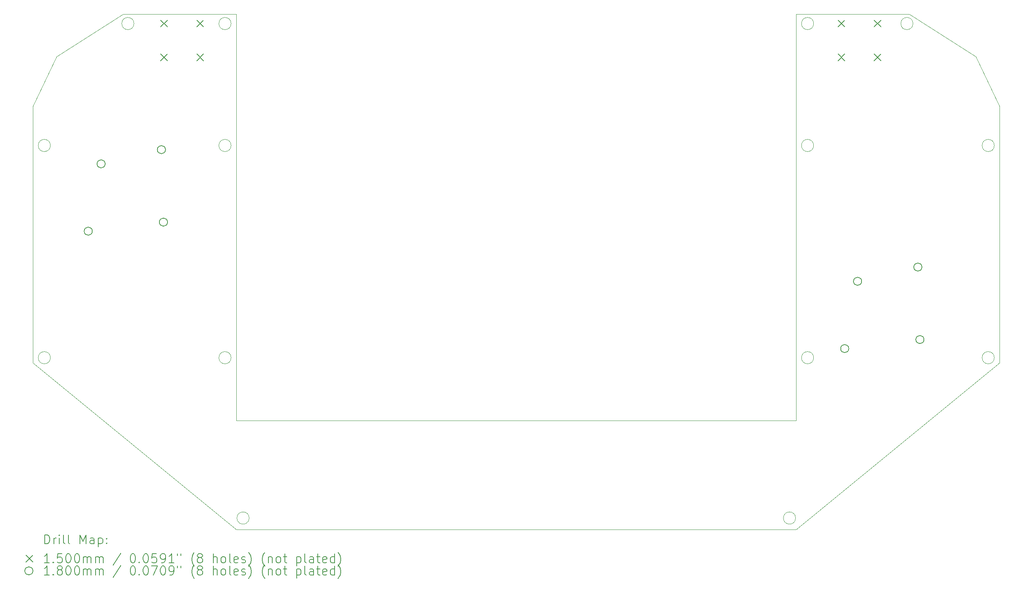
<source format=gbr>
%TF.GenerationSoftware,KiCad,Pcbnew,8.0.8*%
%TF.CreationDate,2025-02-09T13:37:15-06:00*%
%TF.ProjectId,gamepad,67616d65-7061-4642-9e6b-696361645f70,3*%
%TF.SameCoordinates,Original*%
%TF.FileFunction,Drillmap*%
%TF.FilePolarity,Positive*%
%FSLAX45Y45*%
G04 Gerber Fmt 4.5, Leading zero omitted, Abs format (unit mm)*
G04 Created by KiCad (PCBNEW 8.0.8) date 2025-02-09 13:37:15*
%MOMM*%
%LPD*%
G01*
G04 APERTURE LIST*
%ADD10C,0.050000*%
%ADD11C,0.200000*%
%ADD12C,0.150000*%
%ADD13C,0.180000*%
G04 APERTURE END LIST*
D10*
X25435000Y-7700000D02*
G75*
G02*
X25165000Y-7700000I-135000J0D01*
G01*
X25165000Y-7700000D02*
G75*
G02*
X25435000Y-7700000I135000J0D01*
G01*
X21435000Y-7700000D02*
G75*
G02*
X21165000Y-7700000I-135000J0D01*
G01*
X21165000Y-7700000D02*
G75*
G02*
X21435000Y-7700000I135000J0D01*
G01*
X8535000Y-7700000D02*
G75*
G02*
X8265000Y-7700000I-135000J0D01*
G01*
X8265000Y-7700000D02*
G75*
G02*
X8535000Y-7700000I135000J0D01*
G01*
X23635000Y-5000000D02*
G75*
G02*
X23365000Y-5000000I-135000J0D01*
G01*
X23365000Y-5000000D02*
G75*
G02*
X23635000Y-5000000I135000J0D01*
G01*
X21435000Y-5000000D02*
G75*
G02*
X21165000Y-5000000I-135000J0D01*
G01*
X21165000Y-5000000D02*
G75*
G02*
X21435000Y-5000000I135000J0D01*
G01*
X25435000Y-12400000D02*
G75*
G02*
X25165000Y-12400000I-135000J0D01*
G01*
X25165000Y-12400000D02*
G75*
G02*
X25435000Y-12400000I135000J0D01*
G01*
X21435000Y-12400000D02*
G75*
G02*
X21165000Y-12400000I-135000J0D01*
G01*
X21165000Y-12400000D02*
G75*
G02*
X21435000Y-12400000I135000J0D01*
G01*
X8535000Y-12400000D02*
G75*
G02*
X8265000Y-12400000I-135000J0D01*
G01*
X8265000Y-12400000D02*
G75*
G02*
X8535000Y-12400000I135000J0D01*
G01*
X21035000Y-15950000D02*
G75*
G02*
X20765000Y-15950000I-135000J0D01*
G01*
X20765000Y-15950000D02*
G75*
G02*
X21035000Y-15950000I135000J0D01*
G01*
X8935000Y-15950000D02*
G75*
G02*
X8665000Y-15950000I-135000J0D01*
G01*
X8665000Y-15950000D02*
G75*
G02*
X8935000Y-15950000I135000J0D01*
G01*
X4535000Y-12400000D02*
G75*
G02*
X4265000Y-12400000I-135000J0D01*
G01*
X4265000Y-12400000D02*
G75*
G02*
X4535000Y-12400000I135000J0D01*
G01*
X4535000Y-7700000D02*
G75*
G02*
X4265000Y-7700000I-135000J0D01*
G01*
X4265000Y-7700000D02*
G75*
G02*
X4535000Y-7700000I135000J0D01*
G01*
X6385000Y-5000000D02*
G75*
G02*
X6115000Y-5000000I-135000J0D01*
G01*
X6115000Y-5000000D02*
G75*
G02*
X6385000Y-5000000I135000J0D01*
G01*
X8535000Y-5000000D02*
G75*
G02*
X8265000Y-5000000I-135000J0D01*
G01*
X8265000Y-5000000D02*
G75*
G02*
X8535000Y-5000000I135000J0D01*
G01*
X4674110Y-5734360D02*
X4150110Y-6836360D01*
X8650110Y-16207360D02*
X21050110Y-16207360D01*
X4150110Y-6836360D02*
X4150110Y-12516360D01*
X8650110Y-16207360D02*
X4150110Y-12516360D01*
X8650110Y-4793360D02*
X6149110Y-4793360D01*
X6149110Y-4793360D02*
X4674110Y-5734360D01*
X21050110Y-13793360D02*
X8650110Y-13793360D01*
X25026110Y-5734360D02*
X23551110Y-4793360D01*
X25550110Y-6836360D02*
X25026110Y-5734360D01*
X8650110Y-13793360D02*
X8650110Y-4793360D01*
X25550110Y-12516360D02*
X25550110Y-6836360D01*
X23551110Y-4793360D02*
X21050110Y-4793360D01*
X21050110Y-16207360D02*
X25550110Y-12516360D01*
X21050110Y-4793360D02*
X21050110Y-13793360D01*
D11*
D12*
X6975000Y-4925000D02*
X7125000Y-5075000D01*
X7125000Y-4925000D02*
X6975000Y-5075000D01*
X6975000Y-5675000D02*
X7125000Y-5825000D01*
X7125000Y-5675000D02*
X6975000Y-5825000D01*
X7775000Y-4925000D02*
X7925000Y-5075000D01*
X7925000Y-4925000D02*
X7775000Y-5075000D01*
X7775000Y-5675000D02*
X7925000Y-5825000D01*
X7925000Y-5675000D02*
X7775000Y-5825000D01*
X21975000Y-4925000D02*
X22125000Y-5075000D01*
X22125000Y-4925000D02*
X21975000Y-5075000D01*
X21975000Y-5675000D02*
X22125000Y-5825000D01*
X22125000Y-5675000D02*
X21975000Y-5825000D01*
X22775000Y-4925000D02*
X22925000Y-5075000D01*
X22925000Y-4925000D02*
X22775000Y-5075000D01*
X22775000Y-5675000D02*
X22925000Y-5825000D01*
X22925000Y-5675000D02*
X22775000Y-5825000D01*
D13*
X5462500Y-9597500D02*
G75*
G02*
X5282500Y-9597500I-90000J0D01*
G01*
X5282500Y-9597500D02*
G75*
G02*
X5462500Y-9597500I90000J0D01*
G01*
X5747500Y-8107500D02*
G75*
G02*
X5567500Y-8107500I-90000J0D01*
G01*
X5567500Y-8107500D02*
G75*
G02*
X5747500Y-8107500I90000J0D01*
G01*
X7082500Y-7792500D02*
G75*
G02*
X6902500Y-7792500I-90000J0D01*
G01*
X6902500Y-7792500D02*
G75*
G02*
X7082500Y-7792500I90000J0D01*
G01*
X7127500Y-9397500D02*
G75*
G02*
X6947500Y-9397500I-90000J0D01*
G01*
X6947500Y-9397500D02*
G75*
G02*
X7127500Y-9397500I90000J0D01*
G01*
X22212500Y-12197500D02*
G75*
G02*
X22032500Y-12197500I-90000J0D01*
G01*
X22032500Y-12197500D02*
G75*
G02*
X22212500Y-12197500I90000J0D01*
G01*
X22497500Y-10707500D02*
G75*
G02*
X22317500Y-10707500I-90000J0D01*
G01*
X22317500Y-10707500D02*
G75*
G02*
X22497500Y-10707500I90000J0D01*
G01*
X23832500Y-10392500D02*
G75*
G02*
X23652500Y-10392500I-90000J0D01*
G01*
X23652500Y-10392500D02*
G75*
G02*
X23832500Y-10392500I90000J0D01*
G01*
X23877500Y-11997500D02*
G75*
G02*
X23697500Y-11997500I-90000J0D01*
G01*
X23697500Y-11997500D02*
G75*
G02*
X23877500Y-11997500I90000J0D01*
G01*
D11*
X4408387Y-16521344D02*
X4408387Y-16321344D01*
X4408387Y-16321344D02*
X4456006Y-16321344D01*
X4456006Y-16321344D02*
X4484577Y-16330868D01*
X4484577Y-16330868D02*
X4503625Y-16349915D01*
X4503625Y-16349915D02*
X4513149Y-16368963D01*
X4513149Y-16368963D02*
X4522673Y-16407058D01*
X4522673Y-16407058D02*
X4522673Y-16435629D01*
X4522673Y-16435629D02*
X4513149Y-16473725D01*
X4513149Y-16473725D02*
X4503625Y-16492772D01*
X4503625Y-16492772D02*
X4484577Y-16511820D01*
X4484577Y-16511820D02*
X4456006Y-16521344D01*
X4456006Y-16521344D02*
X4408387Y-16521344D01*
X4608387Y-16521344D02*
X4608387Y-16388010D01*
X4608387Y-16426106D02*
X4617911Y-16407058D01*
X4617911Y-16407058D02*
X4627434Y-16397534D01*
X4627434Y-16397534D02*
X4646482Y-16388010D01*
X4646482Y-16388010D02*
X4665530Y-16388010D01*
X4732196Y-16521344D02*
X4732196Y-16388010D01*
X4732196Y-16321344D02*
X4722673Y-16330868D01*
X4722673Y-16330868D02*
X4732196Y-16340391D01*
X4732196Y-16340391D02*
X4741720Y-16330868D01*
X4741720Y-16330868D02*
X4732196Y-16321344D01*
X4732196Y-16321344D02*
X4732196Y-16340391D01*
X4856006Y-16521344D02*
X4836958Y-16511820D01*
X4836958Y-16511820D02*
X4827434Y-16492772D01*
X4827434Y-16492772D02*
X4827434Y-16321344D01*
X4960768Y-16521344D02*
X4941720Y-16511820D01*
X4941720Y-16511820D02*
X4932196Y-16492772D01*
X4932196Y-16492772D02*
X4932196Y-16321344D01*
X5189339Y-16521344D02*
X5189339Y-16321344D01*
X5189339Y-16321344D02*
X5256006Y-16464201D01*
X5256006Y-16464201D02*
X5322673Y-16321344D01*
X5322673Y-16321344D02*
X5322673Y-16521344D01*
X5503625Y-16521344D02*
X5503625Y-16416582D01*
X5503625Y-16416582D02*
X5494101Y-16397534D01*
X5494101Y-16397534D02*
X5475054Y-16388010D01*
X5475054Y-16388010D02*
X5436958Y-16388010D01*
X5436958Y-16388010D02*
X5417911Y-16397534D01*
X5503625Y-16511820D02*
X5484577Y-16521344D01*
X5484577Y-16521344D02*
X5436958Y-16521344D01*
X5436958Y-16521344D02*
X5417911Y-16511820D01*
X5417911Y-16511820D02*
X5408387Y-16492772D01*
X5408387Y-16492772D02*
X5408387Y-16473725D01*
X5408387Y-16473725D02*
X5417911Y-16454677D01*
X5417911Y-16454677D02*
X5436958Y-16445153D01*
X5436958Y-16445153D02*
X5484577Y-16445153D01*
X5484577Y-16445153D02*
X5503625Y-16435629D01*
X5598863Y-16388010D02*
X5598863Y-16588010D01*
X5598863Y-16397534D02*
X5617911Y-16388010D01*
X5617911Y-16388010D02*
X5656006Y-16388010D01*
X5656006Y-16388010D02*
X5675053Y-16397534D01*
X5675053Y-16397534D02*
X5684577Y-16407058D01*
X5684577Y-16407058D02*
X5694101Y-16426106D01*
X5694101Y-16426106D02*
X5694101Y-16483248D01*
X5694101Y-16483248D02*
X5684577Y-16502296D01*
X5684577Y-16502296D02*
X5675053Y-16511820D01*
X5675053Y-16511820D02*
X5656006Y-16521344D01*
X5656006Y-16521344D02*
X5617911Y-16521344D01*
X5617911Y-16521344D02*
X5598863Y-16511820D01*
X5779815Y-16502296D02*
X5789339Y-16511820D01*
X5789339Y-16511820D02*
X5779815Y-16521344D01*
X5779815Y-16521344D02*
X5770292Y-16511820D01*
X5770292Y-16511820D02*
X5779815Y-16502296D01*
X5779815Y-16502296D02*
X5779815Y-16521344D01*
X5779815Y-16397534D02*
X5789339Y-16407058D01*
X5789339Y-16407058D02*
X5779815Y-16416582D01*
X5779815Y-16416582D02*
X5770292Y-16407058D01*
X5770292Y-16407058D02*
X5779815Y-16397534D01*
X5779815Y-16397534D02*
X5779815Y-16416582D01*
D12*
X3997610Y-16774860D02*
X4147610Y-16924860D01*
X4147610Y-16774860D02*
X3997610Y-16924860D01*
D11*
X4513149Y-16941344D02*
X4398863Y-16941344D01*
X4456006Y-16941344D02*
X4456006Y-16741344D01*
X4456006Y-16741344D02*
X4436958Y-16769915D01*
X4436958Y-16769915D02*
X4417911Y-16788963D01*
X4417911Y-16788963D02*
X4398863Y-16798487D01*
X4598863Y-16922296D02*
X4608387Y-16931820D01*
X4608387Y-16931820D02*
X4598863Y-16941344D01*
X4598863Y-16941344D02*
X4589339Y-16931820D01*
X4589339Y-16931820D02*
X4598863Y-16922296D01*
X4598863Y-16922296D02*
X4598863Y-16941344D01*
X4789339Y-16741344D02*
X4694101Y-16741344D01*
X4694101Y-16741344D02*
X4684577Y-16836582D01*
X4684577Y-16836582D02*
X4694101Y-16827058D01*
X4694101Y-16827058D02*
X4713149Y-16817534D01*
X4713149Y-16817534D02*
X4760768Y-16817534D01*
X4760768Y-16817534D02*
X4779815Y-16827058D01*
X4779815Y-16827058D02*
X4789339Y-16836582D01*
X4789339Y-16836582D02*
X4798863Y-16855630D01*
X4798863Y-16855630D02*
X4798863Y-16903249D01*
X4798863Y-16903249D02*
X4789339Y-16922296D01*
X4789339Y-16922296D02*
X4779815Y-16931820D01*
X4779815Y-16931820D02*
X4760768Y-16941344D01*
X4760768Y-16941344D02*
X4713149Y-16941344D01*
X4713149Y-16941344D02*
X4694101Y-16931820D01*
X4694101Y-16931820D02*
X4684577Y-16922296D01*
X4922673Y-16741344D02*
X4941720Y-16741344D01*
X4941720Y-16741344D02*
X4960768Y-16750868D01*
X4960768Y-16750868D02*
X4970292Y-16760391D01*
X4970292Y-16760391D02*
X4979815Y-16779439D01*
X4979815Y-16779439D02*
X4989339Y-16817534D01*
X4989339Y-16817534D02*
X4989339Y-16865153D01*
X4989339Y-16865153D02*
X4979815Y-16903249D01*
X4979815Y-16903249D02*
X4970292Y-16922296D01*
X4970292Y-16922296D02*
X4960768Y-16931820D01*
X4960768Y-16931820D02*
X4941720Y-16941344D01*
X4941720Y-16941344D02*
X4922673Y-16941344D01*
X4922673Y-16941344D02*
X4903625Y-16931820D01*
X4903625Y-16931820D02*
X4894101Y-16922296D01*
X4894101Y-16922296D02*
X4884577Y-16903249D01*
X4884577Y-16903249D02*
X4875054Y-16865153D01*
X4875054Y-16865153D02*
X4875054Y-16817534D01*
X4875054Y-16817534D02*
X4884577Y-16779439D01*
X4884577Y-16779439D02*
X4894101Y-16760391D01*
X4894101Y-16760391D02*
X4903625Y-16750868D01*
X4903625Y-16750868D02*
X4922673Y-16741344D01*
X5113149Y-16741344D02*
X5132196Y-16741344D01*
X5132196Y-16741344D02*
X5151244Y-16750868D01*
X5151244Y-16750868D02*
X5160768Y-16760391D01*
X5160768Y-16760391D02*
X5170292Y-16779439D01*
X5170292Y-16779439D02*
X5179815Y-16817534D01*
X5179815Y-16817534D02*
X5179815Y-16865153D01*
X5179815Y-16865153D02*
X5170292Y-16903249D01*
X5170292Y-16903249D02*
X5160768Y-16922296D01*
X5160768Y-16922296D02*
X5151244Y-16931820D01*
X5151244Y-16931820D02*
X5132196Y-16941344D01*
X5132196Y-16941344D02*
X5113149Y-16941344D01*
X5113149Y-16941344D02*
X5094101Y-16931820D01*
X5094101Y-16931820D02*
X5084577Y-16922296D01*
X5084577Y-16922296D02*
X5075054Y-16903249D01*
X5075054Y-16903249D02*
X5065530Y-16865153D01*
X5065530Y-16865153D02*
X5065530Y-16817534D01*
X5065530Y-16817534D02*
X5075054Y-16779439D01*
X5075054Y-16779439D02*
X5084577Y-16760391D01*
X5084577Y-16760391D02*
X5094101Y-16750868D01*
X5094101Y-16750868D02*
X5113149Y-16741344D01*
X5265530Y-16941344D02*
X5265530Y-16808010D01*
X5265530Y-16827058D02*
X5275054Y-16817534D01*
X5275054Y-16817534D02*
X5294101Y-16808010D01*
X5294101Y-16808010D02*
X5322673Y-16808010D01*
X5322673Y-16808010D02*
X5341720Y-16817534D01*
X5341720Y-16817534D02*
X5351244Y-16836582D01*
X5351244Y-16836582D02*
X5351244Y-16941344D01*
X5351244Y-16836582D02*
X5360768Y-16817534D01*
X5360768Y-16817534D02*
X5379815Y-16808010D01*
X5379815Y-16808010D02*
X5408387Y-16808010D01*
X5408387Y-16808010D02*
X5427435Y-16817534D01*
X5427435Y-16817534D02*
X5436958Y-16836582D01*
X5436958Y-16836582D02*
X5436958Y-16941344D01*
X5532196Y-16941344D02*
X5532196Y-16808010D01*
X5532196Y-16827058D02*
X5541720Y-16817534D01*
X5541720Y-16817534D02*
X5560768Y-16808010D01*
X5560768Y-16808010D02*
X5589339Y-16808010D01*
X5589339Y-16808010D02*
X5608387Y-16817534D01*
X5608387Y-16817534D02*
X5617911Y-16836582D01*
X5617911Y-16836582D02*
X5617911Y-16941344D01*
X5617911Y-16836582D02*
X5627434Y-16817534D01*
X5627434Y-16817534D02*
X5646482Y-16808010D01*
X5646482Y-16808010D02*
X5675053Y-16808010D01*
X5675053Y-16808010D02*
X5694101Y-16817534D01*
X5694101Y-16817534D02*
X5703625Y-16836582D01*
X5703625Y-16836582D02*
X5703625Y-16941344D01*
X6094101Y-16731820D02*
X5922673Y-16988963D01*
X6351244Y-16741344D02*
X6370292Y-16741344D01*
X6370292Y-16741344D02*
X6389339Y-16750868D01*
X6389339Y-16750868D02*
X6398863Y-16760391D01*
X6398863Y-16760391D02*
X6408387Y-16779439D01*
X6408387Y-16779439D02*
X6417911Y-16817534D01*
X6417911Y-16817534D02*
X6417911Y-16865153D01*
X6417911Y-16865153D02*
X6408387Y-16903249D01*
X6408387Y-16903249D02*
X6398863Y-16922296D01*
X6398863Y-16922296D02*
X6389339Y-16931820D01*
X6389339Y-16931820D02*
X6370292Y-16941344D01*
X6370292Y-16941344D02*
X6351244Y-16941344D01*
X6351244Y-16941344D02*
X6332196Y-16931820D01*
X6332196Y-16931820D02*
X6322673Y-16922296D01*
X6322673Y-16922296D02*
X6313149Y-16903249D01*
X6313149Y-16903249D02*
X6303625Y-16865153D01*
X6303625Y-16865153D02*
X6303625Y-16817534D01*
X6303625Y-16817534D02*
X6313149Y-16779439D01*
X6313149Y-16779439D02*
X6322673Y-16760391D01*
X6322673Y-16760391D02*
X6332196Y-16750868D01*
X6332196Y-16750868D02*
X6351244Y-16741344D01*
X6503625Y-16922296D02*
X6513149Y-16931820D01*
X6513149Y-16931820D02*
X6503625Y-16941344D01*
X6503625Y-16941344D02*
X6494101Y-16931820D01*
X6494101Y-16931820D02*
X6503625Y-16922296D01*
X6503625Y-16922296D02*
X6503625Y-16941344D01*
X6636958Y-16741344D02*
X6656006Y-16741344D01*
X6656006Y-16741344D02*
X6675054Y-16750868D01*
X6675054Y-16750868D02*
X6684577Y-16760391D01*
X6684577Y-16760391D02*
X6694101Y-16779439D01*
X6694101Y-16779439D02*
X6703625Y-16817534D01*
X6703625Y-16817534D02*
X6703625Y-16865153D01*
X6703625Y-16865153D02*
X6694101Y-16903249D01*
X6694101Y-16903249D02*
X6684577Y-16922296D01*
X6684577Y-16922296D02*
X6675054Y-16931820D01*
X6675054Y-16931820D02*
X6656006Y-16941344D01*
X6656006Y-16941344D02*
X6636958Y-16941344D01*
X6636958Y-16941344D02*
X6617911Y-16931820D01*
X6617911Y-16931820D02*
X6608387Y-16922296D01*
X6608387Y-16922296D02*
X6598863Y-16903249D01*
X6598863Y-16903249D02*
X6589339Y-16865153D01*
X6589339Y-16865153D02*
X6589339Y-16817534D01*
X6589339Y-16817534D02*
X6598863Y-16779439D01*
X6598863Y-16779439D02*
X6608387Y-16760391D01*
X6608387Y-16760391D02*
X6617911Y-16750868D01*
X6617911Y-16750868D02*
X6636958Y-16741344D01*
X6884577Y-16741344D02*
X6789339Y-16741344D01*
X6789339Y-16741344D02*
X6779816Y-16836582D01*
X6779816Y-16836582D02*
X6789339Y-16827058D01*
X6789339Y-16827058D02*
X6808387Y-16817534D01*
X6808387Y-16817534D02*
X6856006Y-16817534D01*
X6856006Y-16817534D02*
X6875054Y-16827058D01*
X6875054Y-16827058D02*
X6884577Y-16836582D01*
X6884577Y-16836582D02*
X6894101Y-16855630D01*
X6894101Y-16855630D02*
X6894101Y-16903249D01*
X6894101Y-16903249D02*
X6884577Y-16922296D01*
X6884577Y-16922296D02*
X6875054Y-16931820D01*
X6875054Y-16931820D02*
X6856006Y-16941344D01*
X6856006Y-16941344D02*
X6808387Y-16941344D01*
X6808387Y-16941344D02*
X6789339Y-16931820D01*
X6789339Y-16931820D02*
X6779816Y-16922296D01*
X6989339Y-16941344D02*
X7027435Y-16941344D01*
X7027435Y-16941344D02*
X7046482Y-16931820D01*
X7046482Y-16931820D02*
X7056006Y-16922296D01*
X7056006Y-16922296D02*
X7075054Y-16893725D01*
X7075054Y-16893725D02*
X7084577Y-16855630D01*
X7084577Y-16855630D02*
X7084577Y-16779439D01*
X7084577Y-16779439D02*
X7075054Y-16760391D01*
X7075054Y-16760391D02*
X7065530Y-16750868D01*
X7065530Y-16750868D02*
X7046482Y-16741344D01*
X7046482Y-16741344D02*
X7008387Y-16741344D01*
X7008387Y-16741344D02*
X6989339Y-16750868D01*
X6989339Y-16750868D02*
X6979816Y-16760391D01*
X6979816Y-16760391D02*
X6970292Y-16779439D01*
X6970292Y-16779439D02*
X6970292Y-16827058D01*
X6970292Y-16827058D02*
X6979816Y-16846106D01*
X6979816Y-16846106D02*
X6989339Y-16855630D01*
X6989339Y-16855630D02*
X7008387Y-16865153D01*
X7008387Y-16865153D02*
X7046482Y-16865153D01*
X7046482Y-16865153D02*
X7065530Y-16855630D01*
X7065530Y-16855630D02*
X7075054Y-16846106D01*
X7075054Y-16846106D02*
X7084577Y-16827058D01*
X7275054Y-16941344D02*
X7160768Y-16941344D01*
X7217911Y-16941344D02*
X7217911Y-16741344D01*
X7217911Y-16741344D02*
X7198863Y-16769915D01*
X7198863Y-16769915D02*
X7179816Y-16788963D01*
X7179816Y-16788963D02*
X7160768Y-16798487D01*
X7351244Y-16741344D02*
X7351244Y-16779439D01*
X7427435Y-16741344D02*
X7427435Y-16779439D01*
X7722673Y-17017534D02*
X7713149Y-17008010D01*
X7713149Y-17008010D02*
X7694101Y-16979439D01*
X7694101Y-16979439D02*
X7684578Y-16960391D01*
X7684578Y-16960391D02*
X7675054Y-16931820D01*
X7675054Y-16931820D02*
X7665530Y-16884201D01*
X7665530Y-16884201D02*
X7665530Y-16846106D01*
X7665530Y-16846106D02*
X7675054Y-16798487D01*
X7675054Y-16798487D02*
X7684578Y-16769915D01*
X7684578Y-16769915D02*
X7694101Y-16750868D01*
X7694101Y-16750868D02*
X7713149Y-16722296D01*
X7713149Y-16722296D02*
X7722673Y-16712772D01*
X7827435Y-16827058D02*
X7808387Y-16817534D01*
X7808387Y-16817534D02*
X7798863Y-16808010D01*
X7798863Y-16808010D02*
X7789339Y-16788963D01*
X7789339Y-16788963D02*
X7789339Y-16779439D01*
X7789339Y-16779439D02*
X7798863Y-16760391D01*
X7798863Y-16760391D02*
X7808387Y-16750868D01*
X7808387Y-16750868D02*
X7827435Y-16741344D01*
X7827435Y-16741344D02*
X7865530Y-16741344D01*
X7865530Y-16741344D02*
X7884578Y-16750868D01*
X7884578Y-16750868D02*
X7894101Y-16760391D01*
X7894101Y-16760391D02*
X7903625Y-16779439D01*
X7903625Y-16779439D02*
X7903625Y-16788963D01*
X7903625Y-16788963D02*
X7894101Y-16808010D01*
X7894101Y-16808010D02*
X7884578Y-16817534D01*
X7884578Y-16817534D02*
X7865530Y-16827058D01*
X7865530Y-16827058D02*
X7827435Y-16827058D01*
X7827435Y-16827058D02*
X7808387Y-16836582D01*
X7808387Y-16836582D02*
X7798863Y-16846106D01*
X7798863Y-16846106D02*
X7789339Y-16865153D01*
X7789339Y-16865153D02*
X7789339Y-16903249D01*
X7789339Y-16903249D02*
X7798863Y-16922296D01*
X7798863Y-16922296D02*
X7808387Y-16931820D01*
X7808387Y-16931820D02*
X7827435Y-16941344D01*
X7827435Y-16941344D02*
X7865530Y-16941344D01*
X7865530Y-16941344D02*
X7884578Y-16931820D01*
X7884578Y-16931820D02*
X7894101Y-16922296D01*
X7894101Y-16922296D02*
X7903625Y-16903249D01*
X7903625Y-16903249D02*
X7903625Y-16865153D01*
X7903625Y-16865153D02*
X7894101Y-16846106D01*
X7894101Y-16846106D02*
X7884578Y-16836582D01*
X7884578Y-16836582D02*
X7865530Y-16827058D01*
X8141720Y-16941344D02*
X8141720Y-16741344D01*
X8227435Y-16941344D02*
X8227435Y-16836582D01*
X8227435Y-16836582D02*
X8217911Y-16817534D01*
X8217911Y-16817534D02*
X8198863Y-16808010D01*
X8198863Y-16808010D02*
X8170292Y-16808010D01*
X8170292Y-16808010D02*
X8151244Y-16817534D01*
X8151244Y-16817534D02*
X8141720Y-16827058D01*
X8351244Y-16941344D02*
X8332197Y-16931820D01*
X8332197Y-16931820D02*
X8322673Y-16922296D01*
X8322673Y-16922296D02*
X8313149Y-16903249D01*
X8313149Y-16903249D02*
X8313149Y-16846106D01*
X8313149Y-16846106D02*
X8322673Y-16827058D01*
X8322673Y-16827058D02*
X8332197Y-16817534D01*
X8332197Y-16817534D02*
X8351244Y-16808010D01*
X8351244Y-16808010D02*
X8379816Y-16808010D01*
X8379816Y-16808010D02*
X8398863Y-16817534D01*
X8398863Y-16817534D02*
X8408387Y-16827058D01*
X8408387Y-16827058D02*
X8417911Y-16846106D01*
X8417911Y-16846106D02*
X8417911Y-16903249D01*
X8417911Y-16903249D02*
X8408387Y-16922296D01*
X8408387Y-16922296D02*
X8398863Y-16931820D01*
X8398863Y-16931820D02*
X8379816Y-16941344D01*
X8379816Y-16941344D02*
X8351244Y-16941344D01*
X8532197Y-16941344D02*
X8513149Y-16931820D01*
X8513149Y-16931820D02*
X8503625Y-16912772D01*
X8503625Y-16912772D02*
X8503625Y-16741344D01*
X8684578Y-16931820D02*
X8665530Y-16941344D01*
X8665530Y-16941344D02*
X8627435Y-16941344D01*
X8627435Y-16941344D02*
X8608387Y-16931820D01*
X8608387Y-16931820D02*
X8598863Y-16912772D01*
X8598863Y-16912772D02*
X8598863Y-16836582D01*
X8598863Y-16836582D02*
X8608387Y-16817534D01*
X8608387Y-16817534D02*
X8627435Y-16808010D01*
X8627435Y-16808010D02*
X8665530Y-16808010D01*
X8665530Y-16808010D02*
X8684578Y-16817534D01*
X8684578Y-16817534D02*
X8694102Y-16836582D01*
X8694102Y-16836582D02*
X8694102Y-16855630D01*
X8694102Y-16855630D02*
X8598863Y-16874677D01*
X8770292Y-16931820D02*
X8789340Y-16941344D01*
X8789340Y-16941344D02*
X8827435Y-16941344D01*
X8827435Y-16941344D02*
X8846483Y-16931820D01*
X8846483Y-16931820D02*
X8856006Y-16912772D01*
X8856006Y-16912772D02*
X8856006Y-16903249D01*
X8856006Y-16903249D02*
X8846483Y-16884201D01*
X8846483Y-16884201D02*
X8827435Y-16874677D01*
X8827435Y-16874677D02*
X8798863Y-16874677D01*
X8798863Y-16874677D02*
X8779816Y-16865153D01*
X8779816Y-16865153D02*
X8770292Y-16846106D01*
X8770292Y-16846106D02*
X8770292Y-16836582D01*
X8770292Y-16836582D02*
X8779816Y-16817534D01*
X8779816Y-16817534D02*
X8798863Y-16808010D01*
X8798863Y-16808010D02*
X8827435Y-16808010D01*
X8827435Y-16808010D02*
X8846483Y-16817534D01*
X8922673Y-17017534D02*
X8932197Y-17008010D01*
X8932197Y-17008010D02*
X8951244Y-16979439D01*
X8951244Y-16979439D02*
X8960768Y-16960391D01*
X8960768Y-16960391D02*
X8970292Y-16931820D01*
X8970292Y-16931820D02*
X8979816Y-16884201D01*
X8979816Y-16884201D02*
X8979816Y-16846106D01*
X8979816Y-16846106D02*
X8970292Y-16798487D01*
X8970292Y-16798487D02*
X8960768Y-16769915D01*
X8960768Y-16769915D02*
X8951244Y-16750868D01*
X8951244Y-16750868D02*
X8932197Y-16722296D01*
X8932197Y-16722296D02*
X8922673Y-16712772D01*
X9284578Y-17017534D02*
X9275054Y-17008010D01*
X9275054Y-17008010D02*
X9256006Y-16979439D01*
X9256006Y-16979439D02*
X9246483Y-16960391D01*
X9246483Y-16960391D02*
X9236959Y-16931820D01*
X9236959Y-16931820D02*
X9227435Y-16884201D01*
X9227435Y-16884201D02*
X9227435Y-16846106D01*
X9227435Y-16846106D02*
X9236959Y-16798487D01*
X9236959Y-16798487D02*
X9246483Y-16769915D01*
X9246483Y-16769915D02*
X9256006Y-16750868D01*
X9256006Y-16750868D02*
X9275054Y-16722296D01*
X9275054Y-16722296D02*
X9284578Y-16712772D01*
X9360768Y-16808010D02*
X9360768Y-16941344D01*
X9360768Y-16827058D02*
X9370292Y-16817534D01*
X9370292Y-16817534D02*
X9389340Y-16808010D01*
X9389340Y-16808010D02*
X9417911Y-16808010D01*
X9417911Y-16808010D02*
X9436959Y-16817534D01*
X9436959Y-16817534D02*
X9446483Y-16836582D01*
X9446483Y-16836582D02*
X9446483Y-16941344D01*
X9570292Y-16941344D02*
X9551244Y-16931820D01*
X9551244Y-16931820D02*
X9541721Y-16922296D01*
X9541721Y-16922296D02*
X9532197Y-16903249D01*
X9532197Y-16903249D02*
X9532197Y-16846106D01*
X9532197Y-16846106D02*
X9541721Y-16827058D01*
X9541721Y-16827058D02*
X9551244Y-16817534D01*
X9551244Y-16817534D02*
X9570292Y-16808010D01*
X9570292Y-16808010D02*
X9598864Y-16808010D01*
X9598864Y-16808010D02*
X9617911Y-16817534D01*
X9617911Y-16817534D02*
X9627435Y-16827058D01*
X9627435Y-16827058D02*
X9636959Y-16846106D01*
X9636959Y-16846106D02*
X9636959Y-16903249D01*
X9636959Y-16903249D02*
X9627435Y-16922296D01*
X9627435Y-16922296D02*
X9617911Y-16931820D01*
X9617911Y-16931820D02*
X9598864Y-16941344D01*
X9598864Y-16941344D02*
X9570292Y-16941344D01*
X9694102Y-16808010D02*
X9770292Y-16808010D01*
X9722673Y-16741344D02*
X9722673Y-16912772D01*
X9722673Y-16912772D02*
X9732197Y-16931820D01*
X9732197Y-16931820D02*
X9751244Y-16941344D01*
X9751244Y-16941344D02*
X9770292Y-16941344D01*
X9989340Y-16808010D02*
X9989340Y-17008010D01*
X9989340Y-16817534D02*
X10008387Y-16808010D01*
X10008387Y-16808010D02*
X10046483Y-16808010D01*
X10046483Y-16808010D02*
X10065530Y-16817534D01*
X10065530Y-16817534D02*
X10075054Y-16827058D01*
X10075054Y-16827058D02*
X10084578Y-16846106D01*
X10084578Y-16846106D02*
X10084578Y-16903249D01*
X10084578Y-16903249D02*
X10075054Y-16922296D01*
X10075054Y-16922296D02*
X10065530Y-16931820D01*
X10065530Y-16931820D02*
X10046483Y-16941344D01*
X10046483Y-16941344D02*
X10008387Y-16941344D01*
X10008387Y-16941344D02*
X9989340Y-16931820D01*
X10198864Y-16941344D02*
X10179816Y-16931820D01*
X10179816Y-16931820D02*
X10170292Y-16912772D01*
X10170292Y-16912772D02*
X10170292Y-16741344D01*
X10360768Y-16941344D02*
X10360768Y-16836582D01*
X10360768Y-16836582D02*
X10351245Y-16817534D01*
X10351245Y-16817534D02*
X10332197Y-16808010D01*
X10332197Y-16808010D02*
X10294102Y-16808010D01*
X10294102Y-16808010D02*
X10275054Y-16817534D01*
X10360768Y-16931820D02*
X10341721Y-16941344D01*
X10341721Y-16941344D02*
X10294102Y-16941344D01*
X10294102Y-16941344D02*
X10275054Y-16931820D01*
X10275054Y-16931820D02*
X10265530Y-16912772D01*
X10265530Y-16912772D02*
X10265530Y-16893725D01*
X10265530Y-16893725D02*
X10275054Y-16874677D01*
X10275054Y-16874677D02*
X10294102Y-16865153D01*
X10294102Y-16865153D02*
X10341721Y-16865153D01*
X10341721Y-16865153D02*
X10360768Y-16855630D01*
X10427435Y-16808010D02*
X10503625Y-16808010D01*
X10456006Y-16741344D02*
X10456006Y-16912772D01*
X10456006Y-16912772D02*
X10465530Y-16931820D01*
X10465530Y-16931820D02*
X10484578Y-16941344D01*
X10484578Y-16941344D02*
X10503625Y-16941344D01*
X10646483Y-16931820D02*
X10627435Y-16941344D01*
X10627435Y-16941344D02*
X10589340Y-16941344D01*
X10589340Y-16941344D02*
X10570292Y-16931820D01*
X10570292Y-16931820D02*
X10560768Y-16912772D01*
X10560768Y-16912772D02*
X10560768Y-16836582D01*
X10560768Y-16836582D02*
X10570292Y-16817534D01*
X10570292Y-16817534D02*
X10589340Y-16808010D01*
X10589340Y-16808010D02*
X10627435Y-16808010D01*
X10627435Y-16808010D02*
X10646483Y-16817534D01*
X10646483Y-16817534D02*
X10656006Y-16836582D01*
X10656006Y-16836582D02*
X10656006Y-16855630D01*
X10656006Y-16855630D02*
X10560768Y-16874677D01*
X10827435Y-16941344D02*
X10827435Y-16741344D01*
X10827435Y-16931820D02*
X10808387Y-16941344D01*
X10808387Y-16941344D02*
X10770292Y-16941344D01*
X10770292Y-16941344D02*
X10751245Y-16931820D01*
X10751245Y-16931820D02*
X10741721Y-16922296D01*
X10741721Y-16922296D02*
X10732197Y-16903249D01*
X10732197Y-16903249D02*
X10732197Y-16846106D01*
X10732197Y-16846106D02*
X10741721Y-16827058D01*
X10741721Y-16827058D02*
X10751245Y-16817534D01*
X10751245Y-16817534D02*
X10770292Y-16808010D01*
X10770292Y-16808010D02*
X10808387Y-16808010D01*
X10808387Y-16808010D02*
X10827435Y-16817534D01*
X10903626Y-17017534D02*
X10913149Y-17008010D01*
X10913149Y-17008010D02*
X10932197Y-16979439D01*
X10932197Y-16979439D02*
X10941721Y-16960391D01*
X10941721Y-16960391D02*
X10951245Y-16931820D01*
X10951245Y-16931820D02*
X10960768Y-16884201D01*
X10960768Y-16884201D02*
X10960768Y-16846106D01*
X10960768Y-16846106D02*
X10951245Y-16798487D01*
X10951245Y-16798487D02*
X10941721Y-16769915D01*
X10941721Y-16769915D02*
X10932197Y-16750868D01*
X10932197Y-16750868D02*
X10913149Y-16722296D01*
X10913149Y-16722296D02*
X10903626Y-16712772D01*
D13*
X4147610Y-17119860D02*
G75*
G02*
X3967610Y-17119860I-90000J0D01*
G01*
X3967610Y-17119860D02*
G75*
G02*
X4147610Y-17119860I90000J0D01*
G01*
D11*
X4513149Y-17211344D02*
X4398863Y-17211344D01*
X4456006Y-17211344D02*
X4456006Y-17011344D01*
X4456006Y-17011344D02*
X4436958Y-17039915D01*
X4436958Y-17039915D02*
X4417911Y-17058963D01*
X4417911Y-17058963D02*
X4398863Y-17068487D01*
X4598863Y-17192296D02*
X4608387Y-17201820D01*
X4608387Y-17201820D02*
X4598863Y-17211344D01*
X4598863Y-17211344D02*
X4589339Y-17201820D01*
X4589339Y-17201820D02*
X4598863Y-17192296D01*
X4598863Y-17192296D02*
X4598863Y-17211344D01*
X4722673Y-17097058D02*
X4703625Y-17087534D01*
X4703625Y-17087534D02*
X4694101Y-17078010D01*
X4694101Y-17078010D02*
X4684577Y-17058963D01*
X4684577Y-17058963D02*
X4684577Y-17049439D01*
X4684577Y-17049439D02*
X4694101Y-17030391D01*
X4694101Y-17030391D02*
X4703625Y-17020868D01*
X4703625Y-17020868D02*
X4722673Y-17011344D01*
X4722673Y-17011344D02*
X4760768Y-17011344D01*
X4760768Y-17011344D02*
X4779815Y-17020868D01*
X4779815Y-17020868D02*
X4789339Y-17030391D01*
X4789339Y-17030391D02*
X4798863Y-17049439D01*
X4798863Y-17049439D02*
X4798863Y-17058963D01*
X4798863Y-17058963D02*
X4789339Y-17078010D01*
X4789339Y-17078010D02*
X4779815Y-17087534D01*
X4779815Y-17087534D02*
X4760768Y-17097058D01*
X4760768Y-17097058D02*
X4722673Y-17097058D01*
X4722673Y-17097058D02*
X4703625Y-17106582D01*
X4703625Y-17106582D02*
X4694101Y-17116106D01*
X4694101Y-17116106D02*
X4684577Y-17135153D01*
X4684577Y-17135153D02*
X4684577Y-17173249D01*
X4684577Y-17173249D02*
X4694101Y-17192296D01*
X4694101Y-17192296D02*
X4703625Y-17201820D01*
X4703625Y-17201820D02*
X4722673Y-17211344D01*
X4722673Y-17211344D02*
X4760768Y-17211344D01*
X4760768Y-17211344D02*
X4779815Y-17201820D01*
X4779815Y-17201820D02*
X4789339Y-17192296D01*
X4789339Y-17192296D02*
X4798863Y-17173249D01*
X4798863Y-17173249D02*
X4798863Y-17135153D01*
X4798863Y-17135153D02*
X4789339Y-17116106D01*
X4789339Y-17116106D02*
X4779815Y-17106582D01*
X4779815Y-17106582D02*
X4760768Y-17097058D01*
X4922673Y-17011344D02*
X4941720Y-17011344D01*
X4941720Y-17011344D02*
X4960768Y-17020868D01*
X4960768Y-17020868D02*
X4970292Y-17030391D01*
X4970292Y-17030391D02*
X4979815Y-17049439D01*
X4979815Y-17049439D02*
X4989339Y-17087534D01*
X4989339Y-17087534D02*
X4989339Y-17135153D01*
X4989339Y-17135153D02*
X4979815Y-17173249D01*
X4979815Y-17173249D02*
X4970292Y-17192296D01*
X4970292Y-17192296D02*
X4960768Y-17201820D01*
X4960768Y-17201820D02*
X4941720Y-17211344D01*
X4941720Y-17211344D02*
X4922673Y-17211344D01*
X4922673Y-17211344D02*
X4903625Y-17201820D01*
X4903625Y-17201820D02*
X4894101Y-17192296D01*
X4894101Y-17192296D02*
X4884577Y-17173249D01*
X4884577Y-17173249D02*
X4875054Y-17135153D01*
X4875054Y-17135153D02*
X4875054Y-17087534D01*
X4875054Y-17087534D02*
X4884577Y-17049439D01*
X4884577Y-17049439D02*
X4894101Y-17030391D01*
X4894101Y-17030391D02*
X4903625Y-17020868D01*
X4903625Y-17020868D02*
X4922673Y-17011344D01*
X5113149Y-17011344D02*
X5132196Y-17011344D01*
X5132196Y-17011344D02*
X5151244Y-17020868D01*
X5151244Y-17020868D02*
X5160768Y-17030391D01*
X5160768Y-17030391D02*
X5170292Y-17049439D01*
X5170292Y-17049439D02*
X5179815Y-17087534D01*
X5179815Y-17087534D02*
X5179815Y-17135153D01*
X5179815Y-17135153D02*
X5170292Y-17173249D01*
X5170292Y-17173249D02*
X5160768Y-17192296D01*
X5160768Y-17192296D02*
X5151244Y-17201820D01*
X5151244Y-17201820D02*
X5132196Y-17211344D01*
X5132196Y-17211344D02*
X5113149Y-17211344D01*
X5113149Y-17211344D02*
X5094101Y-17201820D01*
X5094101Y-17201820D02*
X5084577Y-17192296D01*
X5084577Y-17192296D02*
X5075054Y-17173249D01*
X5075054Y-17173249D02*
X5065530Y-17135153D01*
X5065530Y-17135153D02*
X5065530Y-17087534D01*
X5065530Y-17087534D02*
X5075054Y-17049439D01*
X5075054Y-17049439D02*
X5084577Y-17030391D01*
X5084577Y-17030391D02*
X5094101Y-17020868D01*
X5094101Y-17020868D02*
X5113149Y-17011344D01*
X5265530Y-17211344D02*
X5265530Y-17078010D01*
X5265530Y-17097058D02*
X5275054Y-17087534D01*
X5275054Y-17087534D02*
X5294101Y-17078010D01*
X5294101Y-17078010D02*
X5322673Y-17078010D01*
X5322673Y-17078010D02*
X5341720Y-17087534D01*
X5341720Y-17087534D02*
X5351244Y-17106582D01*
X5351244Y-17106582D02*
X5351244Y-17211344D01*
X5351244Y-17106582D02*
X5360768Y-17087534D01*
X5360768Y-17087534D02*
X5379815Y-17078010D01*
X5379815Y-17078010D02*
X5408387Y-17078010D01*
X5408387Y-17078010D02*
X5427435Y-17087534D01*
X5427435Y-17087534D02*
X5436958Y-17106582D01*
X5436958Y-17106582D02*
X5436958Y-17211344D01*
X5532196Y-17211344D02*
X5532196Y-17078010D01*
X5532196Y-17097058D02*
X5541720Y-17087534D01*
X5541720Y-17087534D02*
X5560768Y-17078010D01*
X5560768Y-17078010D02*
X5589339Y-17078010D01*
X5589339Y-17078010D02*
X5608387Y-17087534D01*
X5608387Y-17087534D02*
X5617911Y-17106582D01*
X5617911Y-17106582D02*
X5617911Y-17211344D01*
X5617911Y-17106582D02*
X5627434Y-17087534D01*
X5627434Y-17087534D02*
X5646482Y-17078010D01*
X5646482Y-17078010D02*
X5675053Y-17078010D01*
X5675053Y-17078010D02*
X5694101Y-17087534D01*
X5694101Y-17087534D02*
X5703625Y-17106582D01*
X5703625Y-17106582D02*
X5703625Y-17211344D01*
X6094101Y-17001820D02*
X5922673Y-17258963D01*
X6351244Y-17011344D02*
X6370292Y-17011344D01*
X6370292Y-17011344D02*
X6389339Y-17020868D01*
X6389339Y-17020868D02*
X6398863Y-17030391D01*
X6398863Y-17030391D02*
X6408387Y-17049439D01*
X6408387Y-17049439D02*
X6417911Y-17087534D01*
X6417911Y-17087534D02*
X6417911Y-17135153D01*
X6417911Y-17135153D02*
X6408387Y-17173249D01*
X6408387Y-17173249D02*
X6398863Y-17192296D01*
X6398863Y-17192296D02*
X6389339Y-17201820D01*
X6389339Y-17201820D02*
X6370292Y-17211344D01*
X6370292Y-17211344D02*
X6351244Y-17211344D01*
X6351244Y-17211344D02*
X6332196Y-17201820D01*
X6332196Y-17201820D02*
X6322673Y-17192296D01*
X6322673Y-17192296D02*
X6313149Y-17173249D01*
X6313149Y-17173249D02*
X6303625Y-17135153D01*
X6303625Y-17135153D02*
X6303625Y-17087534D01*
X6303625Y-17087534D02*
X6313149Y-17049439D01*
X6313149Y-17049439D02*
X6322673Y-17030391D01*
X6322673Y-17030391D02*
X6332196Y-17020868D01*
X6332196Y-17020868D02*
X6351244Y-17011344D01*
X6503625Y-17192296D02*
X6513149Y-17201820D01*
X6513149Y-17201820D02*
X6503625Y-17211344D01*
X6503625Y-17211344D02*
X6494101Y-17201820D01*
X6494101Y-17201820D02*
X6503625Y-17192296D01*
X6503625Y-17192296D02*
X6503625Y-17211344D01*
X6636958Y-17011344D02*
X6656006Y-17011344D01*
X6656006Y-17011344D02*
X6675054Y-17020868D01*
X6675054Y-17020868D02*
X6684577Y-17030391D01*
X6684577Y-17030391D02*
X6694101Y-17049439D01*
X6694101Y-17049439D02*
X6703625Y-17087534D01*
X6703625Y-17087534D02*
X6703625Y-17135153D01*
X6703625Y-17135153D02*
X6694101Y-17173249D01*
X6694101Y-17173249D02*
X6684577Y-17192296D01*
X6684577Y-17192296D02*
X6675054Y-17201820D01*
X6675054Y-17201820D02*
X6656006Y-17211344D01*
X6656006Y-17211344D02*
X6636958Y-17211344D01*
X6636958Y-17211344D02*
X6617911Y-17201820D01*
X6617911Y-17201820D02*
X6608387Y-17192296D01*
X6608387Y-17192296D02*
X6598863Y-17173249D01*
X6598863Y-17173249D02*
X6589339Y-17135153D01*
X6589339Y-17135153D02*
X6589339Y-17087534D01*
X6589339Y-17087534D02*
X6598863Y-17049439D01*
X6598863Y-17049439D02*
X6608387Y-17030391D01*
X6608387Y-17030391D02*
X6617911Y-17020868D01*
X6617911Y-17020868D02*
X6636958Y-17011344D01*
X6770292Y-17011344D02*
X6903625Y-17011344D01*
X6903625Y-17011344D02*
X6817911Y-17211344D01*
X7017911Y-17011344D02*
X7036958Y-17011344D01*
X7036958Y-17011344D02*
X7056006Y-17020868D01*
X7056006Y-17020868D02*
X7065530Y-17030391D01*
X7065530Y-17030391D02*
X7075054Y-17049439D01*
X7075054Y-17049439D02*
X7084577Y-17087534D01*
X7084577Y-17087534D02*
X7084577Y-17135153D01*
X7084577Y-17135153D02*
X7075054Y-17173249D01*
X7075054Y-17173249D02*
X7065530Y-17192296D01*
X7065530Y-17192296D02*
X7056006Y-17201820D01*
X7056006Y-17201820D02*
X7036958Y-17211344D01*
X7036958Y-17211344D02*
X7017911Y-17211344D01*
X7017911Y-17211344D02*
X6998863Y-17201820D01*
X6998863Y-17201820D02*
X6989339Y-17192296D01*
X6989339Y-17192296D02*
X6979816Y-17173249D01*
X6979816Y-17173249D02*
X6970292Y-17135153D01*
X6970292Y-17135153D02*
X6970292Y-17087534D01*
X6970292Y-17087534D02*
X6979816Y-17049439D01*
X6979816Y-17049439D02*
X6989339Y-17030391D01*
X6989339Y-17030391D02*
X6998863Y-17020868D01*
X6998863Y-17020868D02*
X7017911Y-17011344D01*
X7179816Y-17211344D02*
X7217911Y-17211344D01*
X7217911Y-17211344D02*
X7236958Y-17201820D01*
X7236958Y-17201820D02*
X7246482Y-17192296D01*
X7246482Y-17192296D02*
X7265530Y-17163725D01*
X7265530Y-17163725D02*
X7275054Y-17125630D01*
X7275054Y-17125630D02*
X7275054Y-17049439D01*
X7275054Y-17049439D02*
X7265530Y-17030391D01*
X7265530Y-17030391D02*
X7256006Y-17020868D01*
X7256006Y-17020868D02*
X7236958Y-17011344D01*
X7236958Y-17011344D02*
X7198863Y-17011344D01*
X7198863Y-17011344D02*
X7179816Y-17020868D01*
X7179816Y-17020868D02*
X7170292Y-17030391D01*
X7170292Y-17030391D02*
X7160768Y-17049439D01*
X7160768Y-17049439D02*
X7160768Y-17097058D01*
X7160768Y-17097058D02*
X7170292Y-17116106D01*
X7170292Y-17116106D02*
X7179816Y-17125630D01*
X7179816Y-17125630D02*
X7198863Y-17135153D01*
X7198863Y-17135153D02*
X7236958Y-17135153D01*
X7236958Y-17135153D02*
X7256006Y-17125630D01*
X7256006Y-17125630D02*
X7265530Y-17116106D01*
X7265530Y-17116106D02*
X7275054Y-17097058D01*
X7351244Y-17011344D02*
X7351244Y-17049439D01*
X7427435Y-17011344D02*
X7427435Y-17049439D01*
X7722673Y-17287534D02*
X7713149Y-17278010D01*
X7713149Y-17278010D02*
X7694101Y-17249439D01*
X7694101Y-17249439D02*
X7684578Y-17230391D01*
X7684578Y-17230391D02*
X7675054Y-17201820D01*
X7675054Y-17201820D02*
X7665530Y-17154201D01*
X7665530Y-17154201D02*
X7665530Y-17116106D01*
X7665530Y-17116106D02*
X7675054Y-17068487D01*
X7675054Y-17068487D02*
X7684578Y-17039915D01*
X7684578Y-17039915D02*
X7694101Y-17020868D01*
X7694101Y-17020868D02*
X7713149Y-16992296D01*
X7713149Y-16992296D02*
X7722673Y-16982772D01*
X7827435Y-17097058D02*
X7808387Y-17087534D01*
X7808387Y-17087534D02*
X7798863Y-17078010D01*
X7798863Y-17078010D02*
X7789339Y-17058963D01*
X7789339Y-17058963D02*
X7789339Y-17049439D01*
X7789339Y-17049439D02*
X7798863Y-17030391D01*
X7798863Y-17030391D02*
X7808387Y-17020868D01*
X7808387Y-17020868D02*
X7827435Y-17011344D01*
X7827435Y-17011344D02*
X7865530Y-17011344D01*
X7865530Y-17011344D02*
X7884578Y-17020868D01*
X7884578Y-17020868D02*
X7894101Y-17030391D01*
X7894101Y-17030391D02*
X7903625Y-17049439D01*
X7903625Y-17049439D02*
X7903625Y-17058963D01*
X7903625Y-17058963D02*
X7894101Y-17078010D01*
X7894101Y-17078010D02*
X7884578Y-17087534D01*
X7884578Y-17087534D02*
X7865530Y-17097058D01*
X7865530Y-17097058D02*
X7827435Y-17097058D01*
X7827435Y-17097058D02*
X7808387Y-17106582D01*
X7808387Y-17106582D02*
X7798863Y-17116106D01*
X7798863Y-17116106D02*
X7789339Y-17135153D01*
X7789339Y-17135153D02*
X7789339Y-17173249D01*
X7789339Y-17173249D02*
X7798863Y-17192296D01*
X7798863Y-17192296D02*
X7808387Y-17201820D01*
X7808387Y-17201820D02*
X7827435Y-17211344D01*
X7827435Y-17211344D02*
X7865530Y-17211344D01*
X7865530Y-17211344D02*
X7884578Y-17201820D01*
X7884578Y-17201820D02*
X7894101Y-17192296D01*
X7894101Y-17192296D02*
X7903625Y-17173249D01*
X7903625Y-17173249D02*
X7903625Y-17135153D01*
X7903625Y-17135153D02*
X7894101Y-17116106D01*
X7894101Y-17116106D02*
X7884578Y-17106582D01*
X7884578Y-17106582D02*
X7865530Y-17097058D01*
X8141720Y-17211344D02*
X8141720Y-17011344D01*
X8227435Y-17211344D02*
X8227435Y-17106582D01*
X8227435Y-17106582D02*
X8217911Y-17087534D01*
X8217911Y-17087534D02*
X8198863Y-17078010D01*
X8198863Y-17078010D02*
X8170292Y-17078010D01*
X8170292Y-17078010D02*
X8151244Y-17087534D01*
X8151244Y-17087534D02*
X8141720Y-17097058D01*
X8351244Y-17211344D02*
X8332197Y-17201820D01*
X8332197Y-17201820D02*
X8322673Y-17192296D01*
X8322673Y-17192296D02*
X8313149Y-17173249D01*
X8313149Y-17173249D02*
X8313149Y-17116106D01*
X8313149Y-17116106D02*
X8322673Y-17097058D01*
X8322673Y-17097058D02*
X8332197Y-17087534D01*
X8332197Y-17087534D02*
X8351244Y-17078010D01*
X8351244Y-17078010D02*
X8379816Y-17078010D01*
X8379816Y-17078010D02*
X8398863Y-17087534D01*
X8398863Y-17087534D02*
X8408387Y-17097058D01*
X8408387Y-17097058D02*
X8417911Y-17116106D01*
X8417911Y-17116106D02*
X8417911Y-17173249D01*
X8417911Y-17173249D02*
X8408387Y-17192296D01*
X8408387Y-17192296D02*
X8398863Y-17201820D01*
X8398863Y-17201820D02*
X8379816Y-17211344D01*
X8379816Y-17211344D02*
X8351244Y-17211344D01*
X8532197Y-17211344D02*
X8513149Y-17201820D01*
X8513149Y-17201820D02*
X8503625Y-17182772D01*
X8503625Y-17182772D02*
X8503625Y-17011344D01*
X8684578Y-17201820D02*
X8665530Y-17211344D01*
X8665530Y-17211344D02*
X8627435Y-17211344D01*
X8627435Y-17211344D02*
X8608387Y-17201820D01*
X8608387Y-17201820D02*
X8598863Y-17182772D01*
X8598863Y-17182772D02*
X8598863Y-17106582D01*
X8598863Y-17106582D02*
X8608387Y-17087534D01*
X8608387Y-17087534D02*
X8627435Y-17078010D01*
X8627435Y-17078010D02*
X8665530Y-17078010D01*
X8665530Y-17078010D02*
X8684578Y-17087534D01*
X8684578Y-17087534D02*
X8694102Y-17106582D01*
X8694102Y-17106582D02*
X8694102Y-17125630D01*
X8694102Y-17125630D02*
X8598863Y-17144677D01*
X8770292Y-17201820D02*
X8789340Y-17211344D01*
X8789340Y-17211344D02*
X8827435Y-17211344D01*
X8827435Y-17211344D02*
X8846483Y-17201820D01*
X8846483Y-17201820D02*
X8856006Y-17182772D01*
X8856006Y-17182772D02*
X8856006Y-17173249D01*
X8856006Y-17173249D02*
X8846483Y-17154201D01*
X8846483Y-17154201D02*
X8827435Y-17144677D01*
X8827435Y-17144677D02*
X8798863Y-17144677D01*
X8798863Y-17144677D02*
X8779816Y-17135153D01*
X8779816Y-17135153D02*
X8770292Y-17116106D01*
X8770292Y-17116106D02*
X8770292Y-17106582D01*
X8770292Y-17106582D02*
X8779816Y-17087534D01*
X8779816Y-17087534D02*
X8798863Y-17078010D01*
X8798863Y-17078010D02*
X8827435Y-17078010D01*
X8827435Y-17078010D02*
X8846483Y-17087534D01*
X8922673Y-17287534D02*
X8932197Y-17278010D01*
X8932197Y-17278010D02*
X8951244Y-17249439D01*
X8951244Y-17249439D02*
X8960768Y-17230391D01*
X8960768Y-17230391D02*
X8970292Y-17201820D01*
X8970292Y-17201820D02*
X8979816Y-17154201D01*
X8979816Y-17154201D02*
X8979816Y-17116106D01*
X8979816Y-17116106D02*
X8970292Y-17068487D01*
X8970292Y-17068487D02*
X8960768Y-17039915D01*
X8960768Y-17039915D02*
X8951244Y-17020868D01*
X8951244Y-17020868D02*
X8932197Y-16992296D01*
X8932197Y-16992296D02*
X8922673Y-16982772D01*
X9284578Y-17287534D02*
X9275054Y-17278010D01*
X9275054Y-17278010D02*
X9256006Y-17249439D01*
X9256006Y-17249439D02*
X9246483Y-17230391D01*
X9246483Y-17230391D02*
X9236959Y-17201820D01*
X9236959Y-17201820D02*
X9227435Y-17154201D01*
X9227435Y-17154201D02*
X9227435Y-17116106D01*
X9227435Y-17116106D02*
X9236959Y-17068487D01*
X9236959Y-17068487D02*
X9246483Y-17039915D01*
X9246483Y-17039915D02*
X9256006Y-17020868D01*
X9256006Y-17020868D02*
X9275054Y-16992296D01*
X9275054Y-16992296D02*
X9284578Y-16982772D01*
X9360768Y-17078010D02*
X9360768Y-17211344D01*
X9360768Y-17097058D02*
X9370292Y-17087534D01*
X9370292Y-17087534D02*
X9389340Y-17078010D01*
X9389340Y-17078010D02*
X9417911Y-17078010D01*
X9417911Y-17078010D02*
X9436959Y-17087534D01*
X9436959Y-17087534D02*
X9446483Y-17106582D01*
X9446483Y-17106582D02*
X9446483Y-17211344D01*
X9570292Y-17211344D02*
X9551244Y-17201820D01*
X9551244Y-17201820D02*
X9541721Y-17192296D01*
X9541721Y-17192296D02*
X9532197Y-17173249D01*
X9532197Y-17173249D02*
X9532197Y-17116106D01*
X9532197Y-17116106D02*
X9541721Y-17097058D01*
X9541721Y-17097058D02*
X9551244Y-17087534D01*
X9551244Y-17087534D02*
X9570292Y-17078010D01*
X9570292Y-17078010D02*
X9598864Y-17078010D01*
X9598864Y-17078010D02*
X9617911Y-17087534D01*
X9617911Y-17087534D02*
X9627435Y-17097058D01*
X9627435Y-17097058D02*
X9636959Y-17116106D01*
X9636959Y-17116106D02*
X9636959Y-17173249D01*
X9636959Y-17173249D02*
X9627435Y-17192296D01*
X9627435Y-17192296D02*
X9617911Y-17201820D01*
X9617911Y-17201820D02*
X9598864Y-17211344D01*
X9598864Y-17211344D02*
X9570292Y-17211344D01*
X9694102Y-17078010D02*
X9770292Y-17078010D01*
X9722673Y-17011344D02*
X9722673Y-17182772D01*
X9722673Y-17182772D02*
X9732197Y-17201820D01*
X9732197Y-17201820D02*
X9751244Y-17211344D01*
X9751244Y-17211344D02*
X9770292Y-17211344D01*
X9989340Y-17078010D02*
X9989340Y-17278010D01*
X9989340Y-17087534D02*
X10008387Y-17078010D01*
X10008387Y-17078010D02*
X10046483Y-17078010D01*
X10046483Y-17078010D02*
X10065530Y-17087534D01*
X10065530Y-17087534D02*
X10075054Y-17097058D01*
X10075054Y-17097058D02*
X10084578Y-17116106D01*
X10084578Y-17116106D02*
X10084578Y-17173249D01*
X10084578Y-17173249D02*
X10075054Y-17192296D01*
X10075054Y-17192296D02*
X10065530Y-17201820D01*
X10065530Y-17201820D02*
X10046483Y-17211344D01*
X10046483Y-17211344D02*
X10008387Y-17211344D01*
X10008387Y-17211344D02*
X9989340Y-17201820D01*
X10198864Y-17211344D02*
X10179816Y-17201820D01*
X10179816Y-17201820D02*
X10170292Y-17182772D01*
X10170292Y-17182772D02*
X10170292Y-17011344D01*
X10360768Y-17211344D02*
X10360768Y-17106582D01*
X10360768Y-17106582D02*
X10351245Y-17087534D01*
X10351245Y-17087534D02*
X10332197Y-17078010D01*
X10332197Y-17078010D02*
X10294102Y-17078010D01*
X10294102Y-17078010D02*
X10275054Y-17087534D01*
X10360768Y-17201820D02*
X10341721Y-17211344D01*
X10341721Y-17211344D02*
X10294102Y-17211344D01*
X10294102Y-17211344D02*
X10275054Y-17201820D01*
X10275054Y-17201820D02*
X10265530Y-17182772D01*
X10265530Y-17182772D02*
X10265530Y-17163725D01*
X10265530Y-17163725D02*
X10275054Y-17144677D01*
X10275054Y-17144677D02*
X10294102Y-17135153D01*
X10294102Y-17135153D02*
X10341721Y-17135153D01*
X10341721Y-17135153D02*
X10360768Y-17125630D01*
X10427435Y-17078010D02*
X10503625Y-17078010D01*
X10456006Y-17011344D02*
X10456006Y-17182772D01*
X10456006Y-17182772D02*
X10465530Y-17201820D01*
X10465530Y-17201820D02*
X10484578Y-17211344D01*
X10484578Y-17211344D02*
X10503625Y-17211344D01*
X10646483Y-17201820D02*
X10627435Y-17211344D01*
X10627435Y-17211344D02*
X10589340Y-17211344D01*
X10589340Y-17211344D02*
X10570292Y-17201820D01*
X10570292Y-17201820D02*
X10560768Y-17182772D01*
X10560768Y-17182772D02*
X10560768Y-17106582D01*
X10560768Y-17106582D02*
X10570292Y-17087534D01*
X10570292Y-17087534D02*
X10589340Y-17078010D01*
X10589340Y-17078010D02*
X10627435Y-17078010D01*
X10627435Y-17078010D02*
X10646483Y-17087534D01*
X10646483Y-17087534D02*
X10656006Y-17106582D01*
X10656006Y-17106582D02*
X10656006Y-17125630D01*
X10656006Y-17125630D02*
X10560768Y-17144677D01*
X10827435Y-17211344D02*
X10827435Y-17011344D01*
X10827435Y-17201820D02*
X10808387Y-17211344D01*
X10808387Y-17211344D02*
X10770292Y-17211344D01*
X10770292Y-17211344D02*
X10751245Y-17201820D01*
X10751245Y-17201820D02*
X10741721Y-17192296D01*
X10741721Y-17192296D02*
X10732197Y-17173249D01*
X10732197Y-17173249D02*
X10732197Y-17116106D01*
X10732197Y-17116106D02*
X10741721Y-17097058D01*
X10741721Y-17097058D02*
X10751245Y-17087534D01*
X10751245Y-17087534D02*
X10770292Y-17078010D01*
X10770292Y-17078010D02*
X10808387Y-17078010D01*
X10808387Y-17078010D02*
X10827435Y-17087534D01*
X10903626Y-17287534D02*
X10913149Y-17278010D01*
X10913149Y-17278010D02*
X10932197Y-17249439D01*
X10932197Y-17249439D02*
X10941721Y-17230391D01*
X10941721Y-17230391D02*
X10951245Y-17201820D01*
X10951245Y-17201820D02*
X10960768Y-17154201D01*
X10960768Y-17154201D02*
X10960768Y-17116106D01*
X10960768Y-17116106D02*
X10951245Y-17068487D01*
X10951245Y-17068487D02*
X10941721Y-17039915D01*
X10941721Y-17039915D02*
X10932197Y-17020868D01*
X10932197Y-17020868D02*
X10913149Y-16992296D01*
X10913149Y-16992296D02*
X10903626Y-16982772D01*
M02*

</source>
